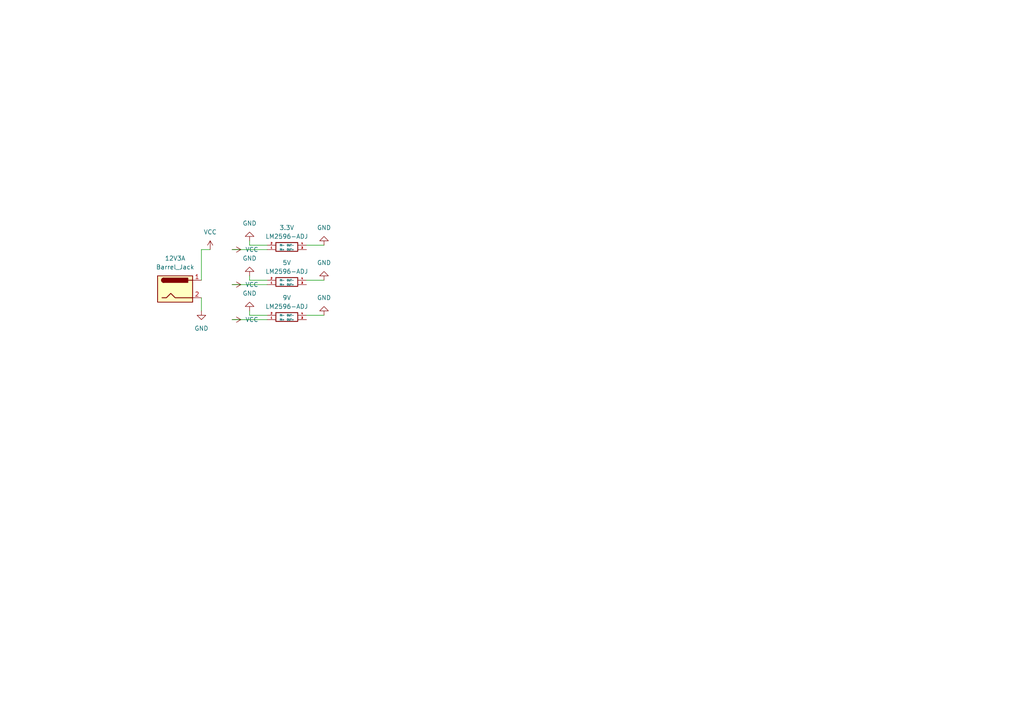
<source format=kicad_sch>
(kicad_sch (version 20230121) (generator eeschema)
  (paper "A4")
  (lib_symbols
    (symbol "Connector:Barrel_Jack" (pin_names (offset 1.016))
      (property "Reference" "J" (at 0 5.334 0))
      (property "Value" "Barrel_Jack" (at 0 -5.08 0))
      (symbol "Barrel_Jack_0_1"
        (rectangle (start -5.08 3.81) (end 5.08 -3.81) (stroke (width 0.254)) (fill (type background)))
        (arc (start -3.302 3.175) (mid -3.9343 2.54) (end -3.302 1.905) (stroke (width 0.254)))
        (arc (start -3.302 3.175) (mid -3.9343 2.54) (end -3.302 1.905) (stroke (width 0.254)) (fill (type outline)))
        (polyline (pts (xy 5.08 2.54) (xy 3.81 2.54)) (stroke (width 0.254)))
        (polyline (pts (xy -3.81 -2.54) (xy -2.54 -2.54) (xy -1.27 -1.27) (xy 0 -2.54) (xy 2.54 -2.54) (xy 5.08 -2.54)) (stroke (width 0.254)))
        (rectangle (start 3.683 3.175) (end -3.302 1.905) (stroke (width 0.254)) (fill (type outline)))
      )
      (symbol "Barrel_Jack_1_1"
        (pin passive line (at 7.62 2.54 180) (length 2.54) (name "~") (number "1"))
        (pin passive line (at 7.62 -2.54 180) (length 2.54) (name "~") (number "2"))
      )
    )
    (symbol "LM2596_Module_4Pin:LM2596-Module" (pin_names (offset 1.016))
      (property "Reference" "U" (at 0 -1.778 0))
      (property "Value" "LM2596-Module" (at 0 7.62 0))
      (symbol "LM2596-Module_0_1"
        (rectangle (start -3.81 2.032) (end 2.54 -0.508) (stroke (width 0.254)))
      )
      (symbol "LM2596-Module_1_1"
        (pin passive line (at -6.35 0 0) (length 2.54) (name "IN+") (number "1"))
        (pin passive line (at -6.35 1.27 0) (length 2.54) (name "IN-") (number "2"))
        (pin passive line (at 5.08 0 180) (length 2.54) (name "OUT+") (number "3"))
        (pin passive line (at 5.08 1.27 180) (length 2.54) (name "OUT-") (number "4"))
      )
    )
    (symbol "power:GND" (power) (pin_names (offset 0))
      (property "Value" "GND" (at 0 -3.81 0))
      (symbol "GND_0_1"
        (polyline (pts (xy 0 0) (xy 0 -1.27) (xy 1.27 -1.27) (xy 0 -2.54) (xy -1.27 -1.27) (xy 0 -1.27)))
      )
      (symbol "GND_1_1"
        (pin power_in line (at 0 0 270) (length 0) hide (name "GND") (number "1"))
      )
    )
    (symbol "power:VCC" (power) (pin_names (offset 0))
      (property "Value" "VCC" (at 0 3.81 0))
      (symbol "VCC_0_1"
        (polyline (pts (xy -0.762 1.27) (xy 0 2.54)))
        (polyline (pts (xy 0 0) (xy 0 2.54)))
        (polyline (pts (xy 0 2.54) (xy 0.762 1.27)))
      )
      (symbol "VCC_1_1"
        (pin power_in line (at 0 0 90) (length 0) hide (name "VCC") (number "1"))
      )
    )
  )
  (wire (pts (xy 72.39 69.85) (xy 72.39 71.12)))
  (wire (pts (xy 72.39 80.01) (xy 72.39 81.28)))
  (wire (pts (xy 67.31 82.55) (xy 77.47 82.55)))
  (wire (pts (xy 58.42 72.39) (xy 60.96 72.39)))
  (wire (pts (xy 67.31 72.39) (xy 77.47 72.39)))
  (wire (pts (xy 88.9 71.12) (xy 93.98 71.12)))
  (wire (pts (xy 72.39 90.17) (xy 72.39 91.44)))
  (wire (pts (xy 77.47 71.12) (xy 72.39 71.12)))
  (wire (pts (xy 77.47 81.28) (xy 72.39 81.28)))
  (wire (pts (xy 58.42 81.28) (xy 58.42 72.39)))
  (wire (pts (xy 88.9 81.28) (xy 93.98 81.28)))
  (wire (pts (xy 67.31 92.71) (xy 77.47 92.71)))
  (wire (pts (xy 88.9 91.44) (xy 93.98 91.44)))
  (wire (pts (xy 58.42 86.36) (xy 58.42 90.17)))
  (wire (pts (xy 77.47 91.44) (xy 72.39 91.44)))
  (symbol (lib_id "power:GND") (at 93.98 81.28 180) (unit 1)
    (property "Reference" "#PWR010" (effects hide))
    (property "Value" "GND" (at 93.98 76.2 0))
  )
  (symbol (lib_id "power:VCC") (at 60.96 72.39 0) (unit 1)
    (property "Reference" "#PWR01" (effects hide))
    (property "Value" "VCC" (at 60.96 67.31 0))
  )
  (symbol (lib_id "LM2596_Module_4Pin:LM2596-Module") (at 83.82 92.71 0) (unit 1)
    (property "Reference" "9V" (at 83.185 86.36 0))
    (property "Value" "LM2596-ADJ" (at 83.185 88.9 0))
  )
  (symbol (lib_id "power:VCC") (at 67.31 92.71 270) (unit 1)
    (property "Reference" "#PWR04" (effects hide))
    (property "Value" "VCC" (at 71.12 92.71 90) (effects (justify left)))
  )
  (symbol (lib_id "LM2596_Module_4Pin:LM2596-Module") (at 83.82 72.39 0) (unit 1)
    (property "Reference" "3.3V" (at 83.185 66.04 0))
    (property "Value" "LM2596-ADJ" (at 83.185 68.58 0))
  )
  (symbol (lib_id "power:GND") (at 93.98 91.44 180) (unit 1)
    (property "Reference" "#PWR09" (effects hide))
    (property "Value" "GND" (at 93.98 86.36 0))
  )
  (symbol (lib_id "LM2596_Module_4Pin:LM2596-Module") (at 83.82 82.55 0) (unit 1)
    (property "Reference" "5V" (at 83.185 76.2 0))
    (property "Value" "LM2596-ADJ" (at 83.185 78.74 0))
  )
  (symbol (lib_id "power:GND") (at 72.39 80.01 180) (unit 1)
    (property "Reference" "#PWR07" (effects hide))
    (property "Value" "GND" (at 72.39 74.93 0))
  )
  (symbol (lib_id "power:GND") (at 58.42 90.17 0) (unit 1)
    (property "Reference" "#PWR06" (effects hide))
    (property "Value" "GND" (at 58.42 95.25 0))
  )
  (symbol (lib_id "power:VCC") (at 67.31 82.55 270) (unit 1)
    (property "Reference" "#PWR03" (effects hide))
    (property "Value" "VCC" (at 71.12 82.55 90) (effects (justify left)))
  )
  (symbol (lib_id "power:GND") (at 72.39 90.17 180) (unit 1)
    (property "Reference" "#PWR05" (effects hide))
    (property "Value" "GND" (at 72.39 85.09 0))
  )
  (symbol (lib_id "Connector:Barrel_Jack") (at 50.8 83.82 0) (unit 1)
    (property "Reference" "12V3A" (at 50.8 74.93 0))
    (property "Value" "Barrel_Jack" (at 50.8 77.47 0))
  )
  (symbol (lib_id "power:GND") (at 72.39 69.85 180) (unit 1)
    (property "Reference" "#PWR08" (effects hide))
    (property "Value" "GND" (at 72.39 64.77 0))
  )
  (symbol (lib_id "power:VCC") (at 67.31 72.39 270) (unit 1)
    (property "Reference" "#PWR02" (effects hide))
    (property "Value" "VCC" (at 71.12 72.39 90) (effects (justify left)))
  )
  (symbol (lib_id "power:GND") (at 93.98 71.12 180) (unit 1)
    (property "Reference" "#PWR011" (effects hide))
    (property "Value" "GND" (at 93.98 66.04 0))
  )
)
</source>
